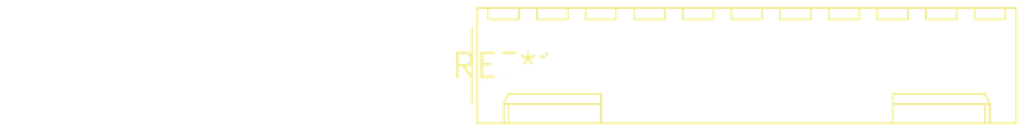
<source format=kicad_pcb>
(kicad_pcb (version 20240108) (generator pcbnew)
  (layers (0 "F.Cu" signal) (31 "B.Cu" signal) (34 "B.Paste" user) (35 "F.Paste" user) (36 "B.SilkS" user "B.Silkscreen") (37 "F.SilkS" user "F.Silkscreen") (38 "B.Mask" user) (39 "F.Mask" user) (44 "Edge.Cuts" user))
  (net 0 "")
  (footprint "Molex_KK-254_AE-6410-11A_1x11_P2.54mm_Vertical" (layer "F.Cu") (at 0 0)
    (property "Reference" "REF**")
    (property "Value" "Molex_KK-254_AE-6410-11A_1x11_P2.54mm_Vertical")
    (fp_line (start -1.67 -2) (end -1.67 2) (layer "F.SilkS") (stroke (width 0.12)))
    (fp_line (start -1.38 -3.03) (end -1.38 2.99) (layer "F.SilkS") (stroke (width 0.12)))
    (fp_line (start -1.38 2.99) (end 26.78 2.99) (layer "F.SilkS") (stroke (width 0.12)))
    (fp_line (start -0.8 -3.03) (end -0.8 -2.43) (layer "F.SilkS") (stroke (width 0.12)))
    (fp_line (start -0.8 -2.43) (end 0.8 -2.43) (layer "F.SilkS") (stroke (width 0.12)))
    (fp_line (start 0 1.99) (end 0.25 1.46) (layer "F.SilkS") (stroke (width 0.12)))
    (fp_line (start 0 1.99) (end 5.08 1.99) (layer "F.SilkS") (stroke (width 0.12)))
    (fp_line (start 0 2.99) (end 0 1.99) (layer "F.SilkS") (stroke (width 0.12)))
    (fp_line (start 0.25 1.46) (end 5.08 1.46) (layer "F.SilkS") (stroke (width 0.12)))
    (fp_line (start 0.25 2.99) (end 0.25 1.99) (layer "F.SilkS") (stroke (width 0.12)))
    (fp_line (start 0.8 -2.43) (end 0.8 -3.03) (layer "F.SilkS") (stroke (width 0.12)))
    (fp_line (start 1.74 -3.03) (end 1.74 -2.43) (layer "F.SilkS") (stroke (width 0.12)))
    (fp_line (start 1.74 -2.43) (end 3.34 -2.43) (layer "F.SilkS") (stroke (width 0.12)))
    (fp_line (start 3.34 -2.43) (end 3.34 -3.03) (layer "F.SilkS") (stroke (width 0.12)))
    (fp_line (start 4.28 -3.03) (end 4.28 -2.43) (layer "F.SilkS") (stroke (width 0.12)))
    (fp_line (start 4.28 -2.43) (end 5.88 -2.43) (layer "F.SilkS") (stroke (width 0.12)))
    (fp_line (start 5.08 1.46) (end 5.08 1.99) (layer "F.SilkS") (stroke (width 0.12)))
    (fp_line (start 5.08 1.99) (end 5.08 2.99) (layer "F.SilkS") (stroke (width 0.12)))
    (fp_line (start 5.88 -2.43) (end 5.88 -3.03) (layer "F.SilkS") (stroke (width 0.12)))
    (fp_line (start 6.82 -3.03) (end 6.82 -2.43) (layer "F.SilkS") (stroke (width 0.12)))
    (fp_line (start 6.82 -2.43) (end 8.42 -2.43) (layer "F.SilkS") (stroke (width 0.12)))
    (fp_line (start 8.42 -2.43) (end 8.42 -3.03) (layer "F.SilkS") (stroke (width 0.12)))
    (fp_line (start 9.36 -3.03) (end 9.36 -2.43) (layer "F.SilkS") (stroke (width 0.12)))
    (fp_line (start 9.36 -2.43) (end 10.96 -2.43) (layer "F.SilkS") (stroke (width 0.12)))
    (fp_line (start 10.96 -2.43) (end 10.96 -3.03) (layer "F.SilkS") (stroke (width 0.12)))
    (fp_line (start 11.9 -3.03) (end 11.9 -2.43) (layer "F.SilkS") (stroke (width 0.12)))
    (fp_line (start 11.9 -2.43) (end 13.5 -2.43) (layer "F.SilkS") (stroke (width 0.12)))
    (fp_line (start 13.5 -2.43) (end 13.5 -3.03) (layer "F.SilkS") (stroke (width 0.12)))
    (fp_line (start 14.44 -3.03) (end 14.44 -2.43) (layer "F.SilkS") (stroke (width 0.12)))
    (fp_line (start 14.44 -2.43) (end 16.04 -2.43) (layer "F.SilkS") (stroke (width 0.12)))
    (fp_line (start 16.04 -2.43) (end 16.04 -3.03) (layer "F.SilkS") (stroke (width 0.12)))
    (fp_line (start 16.98 -3.03) (end 16.98 -2.43) (layer "F.SilkS") (stroke (width 0.12)))
    (fp_line (start 16.98 -2.43) (end 18.58 -2.43) (layer "F.SilkS") (stroke (width 0.12)))
    (fp_line (start 18.58 -2.43) (end 18.58 -3.03) (layer "F.SilkS") (stroke (width 0.12)))
    (fp_line (start 19.52 -3.03) (end 19.52 -2.43) (layer "F.SilkS") (stroke (width 0.12)))
    (fp_line (start 19.52 -2.43) (end 21.12 -2.43) (layer "F.SilkS") (stroke (width 0.12)))
    (fp_line (start 20.32 1.46) (end 20.32 1.99) (layer "F.SilkS") (stroke (width 0.12)))
    (fp_line (start 20.32 1.99) (end 20.32 2.99) (layer "F.SilkS") (stroke (width 0.12)))
    (fp_line (start 21.12 -2.43) (end 21.12 -3.03) (layer "F.SilkS") (stroke (width 0.12)))
    (fp_line (start 22.06 -3.03) (end 22.06 -2.43) (layer "F.SilkS") (stroke (width 0.12)))
    (fp_line (start 22.06 -2.43) (end 23.66 -2.43) (layer "F.SilkS") (stroke (width 0.12)))
    (fp_line (start 23.66 -2.43) (end 23.66 -3.03) (layer "F.SilkS") (stroke (width 0.12)))
    (fp_line (start 24.6 -3.03) (end 24.6 -2.43) (layer "F.SilkS") (stroke (width 0.12)))
    (fp_line (start 24.6 -2.43) (end 26.2 -2.43) (layer "F.SilkS") (stroke (width 0.12)))
    (fp_line (start 25.15 1.46) (end 20.32 1.46) (layer "F.SilkS") (stroke (width 0.12)))
    (fp_line (start 25.15 2.99) (end 25.15 1.99) (layer "F.SilkS") (stroke (width 0.12)))
    (fp_line (start 25.4 1.99) (end 20.32 1.99) (layer "F.SilkS") (stroke (width 0.12)))
    (fp_line (start 25.4 1.99) (end 25.15 1.46) (layer "F.SilkS") (stroke (width 0.12)))
    (fp_line (start 25.4 2.99) (end 25.4 1.99) (layer "F.SilkS") (stroke (width 0.12)))
    (fp_line (start 26.2 -2.43) (end 26.2 -3.03) (layer "F.SilkS") (stroke (width 0.12)))
    (fp_line (start 26.78 -3.03) (end -1.38 -3.03) (layer "F.SilkS") (stroke (width 0.12)))
    (fp_line (start 26.78 2.99) (end 26.78 -3.03) (layer "F.SilkS") (stroke (width 0.12)))
    (pad "1" thru_hole roundrect (at 0 0) (size 1.74 2.19) (drill 1.19) (layers *.Cu *.Mask) (remove_unused_layers) (roundrect_rratio 0.143678))
    (pad "2" thru_hole oval (at 2.54 0) (size 1.74 2.19) (drill 1.19) (layers *.Cu *.Mask) (remove_unused_layers))
    (pad "3" thru_hole oval (at 5.08 0) (size 1.74 2.19) (drill 1.19) (layers *.Cu *.Mask) (remove_unused_layers))
    (pad "4" thru_hole oval (at 7.62 0) (size 1.74 2.19) (drill 1.19) (layers *.Cu *.Mask) (remove_unused_layers))
    (pad "5" thru_hole oval (at 10.16 0) (size 1.74 2.19) (drill 1.19) (layers *.Cu *.Mask) (remove_unused_layers))
    (pad "6" thru_hole oval (at 12.7 0) (size 1.74 2.19) (drill 1.19) (layers *.Cu *.Mask) (remove_unused_layers))
    (pad "7" thru_hole oval (at 15.24 0) (size 1.74 2.19) (drill 1.19) (layers *.Cu *.Mask) (remove_unused_layers))
    (pad "8" thru_hole oval (at 17.78 0) (size 1.74 2.19) (drill 1.19) (layers *.Cu *.Mask) (remove_unused_layers))
    (pad "9" thru_hole oval (at 20.32 0) (size 1.74 2.19) (drill 1.19) (layers *.Cu *.Mask) (remove_unused_layers))
    (pad "10" thru_hole oval (at 22.86 0) (size 1.74 2.19) (drill 1.19) (layers *.Cu *.Mask) (remove_unused_layers))
    (pad "11" thru_hole oval (at 25.4 0) (size 1.74 2.19) (drill 1.19) (layers *.Cu *.Mask) (remove_unused_layers))
  )
)
</source>
